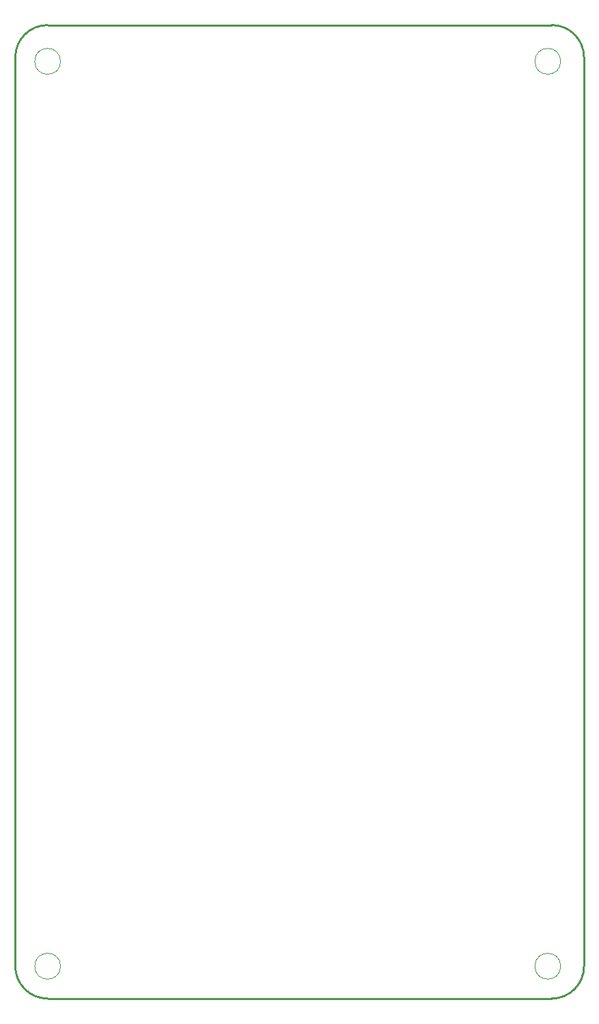
<source format=gm1>
G04*
G04 #@! TF.GenerationSoftware,Altium Limited,Altium Designer,24.2.2 (26)*
G04*
G04 Layer_Color=16711935*
%FSLAX43Y43*%
%MOMM*%
G71*
G04*
G04 #@! TF.SameCoordinates,826AFC0B-8DA9-4817-B3A0-D4F6A81A9B3F*
G04*
G04*
G04 #@! TF.FilePolarity,Positive*
G04*
G01*
G75*
%ADD13C,0.254*%
%ADD65C,0.250*%
%ADD66C,0.013*%
D13*
X70500Y116500D02*
G03*
X66500Y120500I-4000J0D01*
G01*
X4000D02*
G03*
X0Y116500I0J-4000D01*
G01*
X66500Y0D02*
G03*
X70500Y4000I0J4000D01*
G01*
X0Y4025D02*
Y116500D01*
X4000Y0D02*
X66500D01*
X70500Y4025D02*
Y116525D01*
X4000Y120500D02*
X66500Y120500D01*
D65*
X0Y4025D02*
G03*
X4000Y0I4012J-13D01*
G01*
D66*
X67606Y116006D02*
G03*
X67606Y116006I-1600J0D01*
G01*
X5606D02*
G03*
X5606Y116006I-1600J0D01*
G01*
X67606Y4006D02*
G03*
X67606Y4006I-1600J0D01*
G01*
X5606D02*
G03*
X5606Y4006I-1600J0D01*
G01*
M02*

</source>
